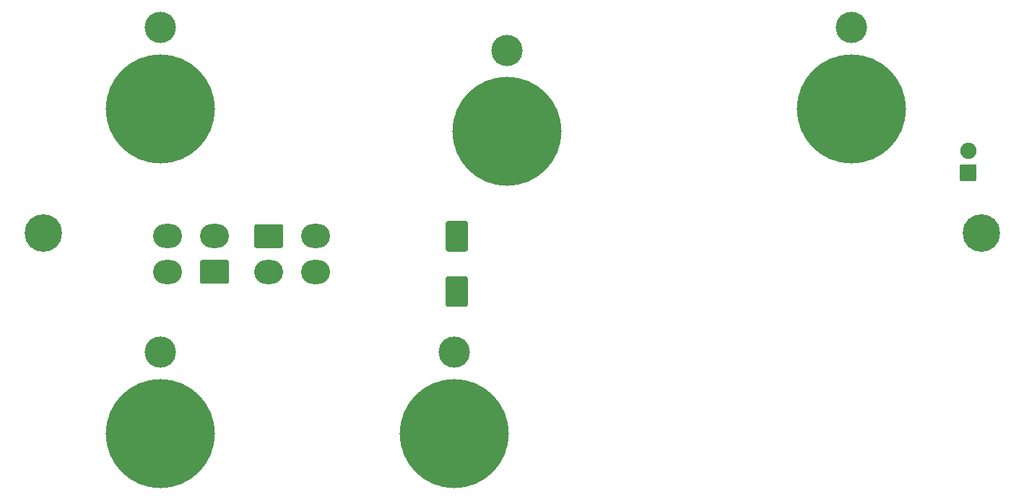
<source format=gbr>
%TF.GenerationSoftware,KiCad,Pcbnew,(5.1.12-1-10_14)*%
%TF.CreationDate,2021-11-27T18:06:18+11:00*%
%TF.ProjectId,SIM CNTL Panel PCB V2,53494d20-434e-4544-9c20-50616e656c20,rev?*%
%TF.SameCoordinates,Original*%
%TF.FileFunction,Soldermask,Bot*%
%TF.FilePolarity,Negative*%
%FSLAX46Y46*%
G04 Gerber Fmt 4.6, Leading zero omitted, Abs format (unit mm)*
G04 Created by KiCad (PCBNEW (5.1.12-1-10_14)) date 2021-11-27 18:06:18*
%MOMM*%
%LPD*%
G01*
G04 APERTURE LIST*
%ADD10O,3.400000X2.800000*%
%ADD11C,1.900000*%
%ADD12C,4.400000*%
%ADD13C,12.800000*%
%ADD14C,3.672000*%
G04 APERTURE END LIST*
D10*
%TO.C,J1*%
X110865000Y-83592600D03*
X110865000Y-87792600D03*
X116365000Y-83592600D03*
G36*
G01*
X117805740Y-89192600D02*
X114924260Y-89192600D01*
G75*
G02*
X114665000Y-88933340I0J259260D01*
G01*
X114665000Y-86651860D01*
G75*
G02*
X114924260Y-86392600I259260J0D01*
G01*
X117805740Y-86392600D01*
G75*
G02*
X118065000Y-86651860I0J-259260D01*
G01*
X118065000Y-88933340D01*
G75*
G02*
X117805740Y-89192600I-259260J0D01*
G01*
G37*
%TD*%
%TO.C,J2*%
X128225000Y-87809200D03*
X128225000Y-83609200D03*
X122725000Y-87809200D03*
G36*
G01*
X121284260Y-82209200D02*
X124165740Y-82209200D01*
G75*
G02*
X124425000Y-82468460I0J-259260D01*
G01*
X124425000Y-84749940D01*
G75*
G02*
X124165740Y-85009200I-259260J0D01*
G01*
X121284260Y-85009200D01*
G75*
G02*
X121025000Y-84749940I0J259260D01*
G01*
X121025000Y-82468460D01*
G75*
G02*
X121284260Y-82209200I259260J0D01*
G01*
G37*
%TD*%
D11*
%TO.C,D1*%
X204725000Y-73625000D03*
G36*
G01*
X205625000Y-77115000D02*
X203825000Y-77115000D01*
G75*
G02*
X203775000Y-77065000I0J50000D01*
G01*
X203775000Y-75265000D01*
G75*
G02*
X203825000Y-75215000I50000J0D01*
G01*
X205625000Y-75215000D01*
G75*
G02*
X205675000Y-75265000I0J-50000D01*
G01*
X205675000Y-77065000D01*
G75*
G02*
X205625000Y-77115000I-50000J0D01*
G01*
G37*
%TD*%
D12*
%TO.C,7*%
X96280995Y-83275097D03*
%TD*%
%TO.C,6*%
X206262994Y-83275097D03*
%TD*%
D13*
%TO.C,5*%
X144436009Y-106770097D03*
X144436009Y-106770097D03*
D14*
X144436009Y-97245097D03*
%TD*%
D13*
%TO.C,4*%
X109996995Y-106770097D03*
X109996995Y-106770097D03*
D14*
X109996995Y-97245097D03*
%TD*%
D13*
%TO.C,3*%
X191022995Y-68670097D03*
X191022995Y-68670097D03*
D14*
X191022995Y-59145097D03*
%TD*%
D13*
%TO.C,2*%
X150636995Y-71337097D03*
X150636995Y-71337097D03*
D14*
X150636995Y-61812097D03*
%TD*%
D13*
%TO.C,1*%
X109996995Y-68670097D03*
X109996995Y-68670097D03*
D14*
X109996995Y-59145097D03*
%TD*%
%TO.C,C1*%
G36*
G01*
X145820000Y-85418000D02*
X143740000Y-85418000D01*
G75*
G02*
X143480000Y-85158000I0J260000D01*
G01*
X143480000Y-82078000D01*
G75*
G02*
X143740000Y-81818000I260000J0D01*
G01*
X145820000Y-81818000D01*
G75*
G02*
X146080000Y-82078000I0J-260000D01*
G01*
X146080000Y-85158000D01*
G75*
G02*
X145820000Y-85418000I-260000J0D01*
G01*
G37*
G36*
G01*
X145820000Y-91918000D02*
X143740000Y-91918000D01*
G75*
G02*
X143480000Y-91658000I0J260000D01*
G01*
X143480000Y-88578000D01*
G75*
G02*
X143740000Y-88318000I260000J0D01*
G01*
X145820000Y-88318000D01*
G75*
G02*
X146080000Y-88578000I0J-260000D01*
G01*
X146080000Y-91658000D01*
G75*
G02*
X145820000Y-91918000I-260000J0D01*
G01*
G37*
%TD*%
M02*

</source>
